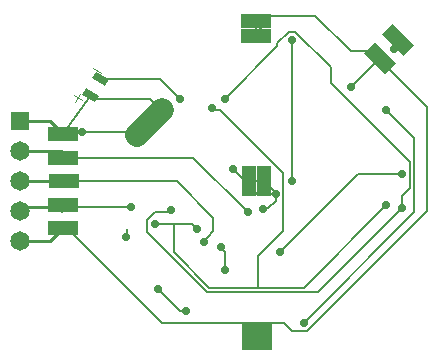
<source format=gbr>
G04 EAGLE Gerber RS-274X export*
G75*
%MOMM*%
%FSLAX34Y34*%
%LPD*%
%INBottom Copper*%
%IPPOS*%
%AMOC8*
5,1,8,0,0,1.08239X$1,22.5*%
G01*
%ADD10R,1.270000X0.635000*%
%ADD11C,0.101600*%
%ADD12R,2.540000X1.270000*%
%ADD13R,1.270000X2.540000*%
%ADD14R,1.650000X1.650000*%
%ADD15C,1.650000*%
%ADD16C,0.706400*%
%ADD17C,0.250000*%
%ADD18C,0.200000*%
%ADD19C,0.254000*%
%ADD20C,2.000000*%


D10*
G36*
X371690Y490727D02*
X360693Y497076D01*
X363868Y502575D01*
X374865Y496226D01*
X371690Y490727D01*
G37*
G36*
X363690Y476870D02*
X352693Y483219D01*
X355868Y488718D01*
X366865Y482369D01*
X363690Y476870D01*
G37*
D11*
X368535Y501589D02*
X361784Y505487D01*
X345186Y482738D02*
X351937Y478840D01*
X350510Y484165D02*
X346612Y477413D01*
D12*
X336614Y449831D03*
D13*
G36*
X606221Y534414D02*
X615201Y543394D01*
X633161Y525434D01*
X624181Y516454D01*
X606221Y534414D01*
G37*
G36*
X591163Y518790D02*
X600143Y527770D01*
X618103Y509810D01*
X609123Y500830D01*
X591163Y518790D01*
G37*
D12*
X336500Y389900D03*
X336600Y429900D03*
X336700Y409900D03*
D13*
X493700Y410000D03*
D12*
X336200Y370200D03*
X500100Y284600D03*
D13*
X506300Y409800D03*
D12*
X499800Y533100D03*
X500100Y273100D03*
X499800Y545900D03*
D14*
X300000Y460800D03*
D15*
X300000Y435400D03*
X300000Y410000D03*
X300000Y384600D03*
X300000Y359200D03*
D16*
X616300Y521600D03*
D17*
X619691Y529924D01*
D16*
X352300Y451900D03*
X516300Y399400D03*
D18*
X516300Y393600D01*
X509900Y387200D01*
X506500Y387200D01*
X505600Y386200D01*
D16*
X505600Y386200D03*
X480000Y420000D03*
D18*
X500600Y399400D01*
X516300Y399400D01*
D16*
X440000Y300000D03*
D18*
X435700Y300000D01*
X416900Y318800D01*
D16*
X416900Y318800D03*
D18*
X336614Y449831D02*
X359779Y482996D01*
X359779Y482794D02*
X362573Y480000D01*
X410000Y480000D01*
X420000Y470000D01*
X506300Y409800D02*
X516300Y399800D01*
X516300Y399400D01*
X506300Y409800D02*
X506100Y410000D01*
X493700Y410000D01*
D19*
X325646Y460800D02*
X300000Y460800D01*
X325646Y460800D02*
X336614Y449831D01*
X338683Y451900D01*
X352300Y451900D01*
D18*
X396600Y451900D01*
X399250Y449250D01*
D20*
X420000Y470000D01*
D16*
X580000Y490000D03*
D18*
X604300Y514300D01*
X604633Y514300D01*
X339800Y370200D02*
X336200Y370200D01*
X339800Y370200D02*
X420000Y290000D01*
X500000Y290000D01*
X608500Y508500D02*
X604633Y512367D01*
X604633Y514300D01*
X500000Y290000D02*
X500100Y284600D01*
X499800Y533100D02*
X510000Y550000D01*
X550000Y550000D01*
X580000Y520000D01*
X600000Y520000D01*
X608500Y511500D01*
X608500Y508500D01*
X510000Y550000D02*
X500000Y540000D01*
X500000Y530000D01*
X500100Y284600D02*
X500100Y273100D01*
D19*
X325200Y359200D02*
X300000Y359200D01*
X325200Y359200D02*
X336200Y370200D01*
D18*
X500000Y290000D02*
X523500Y290000D01*
X530064Y283436D01*
X542719Y283436D01*
X644032Y384749D01*
X644032Y472968D01*
X608500Y508500D01*
D16*
X435400Y479500D03*
D18*
X418249Y496651D02*
X367779Y496651D01*
X418249Y496651D02*
X435400Y479500D01*
D16*
X413900Y374200D03*
D18*
X430000Y374200D01*
D16*
X450000Y370000D03*
X610000Y390000D03*
D18*
X540000Y320000D01*
X501700Y320000D01*
X460000Y320000D01*
X430000Y350000D01*
X430000Y374200D01*
D16*
X462500Y471900D03*
D18*
X501700Y346600D02*
X501700Y320000D01*
X445800Y374200D02*
X430000Y374200D01*
X445800Y374200D02*
X450000Y370000D01*
X464400Y470000D02*
X462500Y471900D01*
X522864Y367764D02*
X501700Y346600D01*
X469438Y470000D02*
X464400Y470000D01*
X522864Y416574D02*
X522864Y367764D01*
X522864Y416574D02*
X469438Y470000D01*
D16*
X473000Y480000D03*
D18*
X517400Y524400D01*
X623300Y397800D02*
X623300Y387500D01*
D16*
X623300Y387500D03*
X427600Y386000D03*
D18*
X425500Y383900D01*
X414317Y383900D01*
X407336Y376919D01*
X407336Y366962D01*
X458330Y315968D01*
X551768Y315968D01*
X623300Y387500D01*
X517400Y524400D02*
X517400Y526683D01*
X527281Y536564D01*
X532719Y536564D01*
X562900Y506383D01*
X562900Y493100D01*
X629664Y426336D02*
X629664Y404164D01*
X623300Y397800D01*
X629664Y426336D02*
X562900Y493100D01*
D16*
X389800Y362900D03*
D18*
X390056Y369944D01*
D16*
X610000Y470000D03*
X540000Y290000D03*
D18*
X633696Y446304D02*
X610000Y470000D01*
X633696Y446304D02*
X633696Y383696D01*
X540000Y290000D01*
D16*
X520000Y350000D03*
D18*
X586400Y416400D01*
X623100Y416400D01*
D16*
X623100Y416400D03*
X530000Y530000D03*
D18*
X530000Y410000D01*
D16*
X530000Y410000D03*
D18*
X340000Y429900D02*
X336600Y429900D01*
X340000Y429900D02*
X446600Y429900D01*
X492600Y383900D01*
D16*
X492600Y383900D03*
D19*
X336600Y429900D02*
X331100Y435400D01*
X334500Y435400D02*
X300000Y435400D01*
X334500Y435400D02*
X340000Y429900D01*
D18*
X340000Y409900D02*
X336700Y409900D01*
X340000Y409900D02*
X432400Y409900D01*
X463600Y378700D01*
X463400Y367700D01*
X455400Y358600D01*
D16*
X455400Y358600D03*
D19*
X336700Y409900D02*
X325500Y409900D01*
X339900Y410000D02*
X300000Y410000D01*
X339900Y410000D02*
X340000Y409900D01*
D16*
X469800Y354000D03*
D18*
X473500Y350000D01*
X473700Y334500D01*
D16*
X473700Y334500D03*
X393500Y387900D03*
D18*
X338500Y387900D01*
X338200Y388200D01*
X336500Y389900D01*
D19*
X338200Y388200D02*
X334600Y384600D01*
X303600Y388200D02*
X300000Y384600D01*
X303600Y388200D02*
X338200Y388200D01*
M02*

</source>
